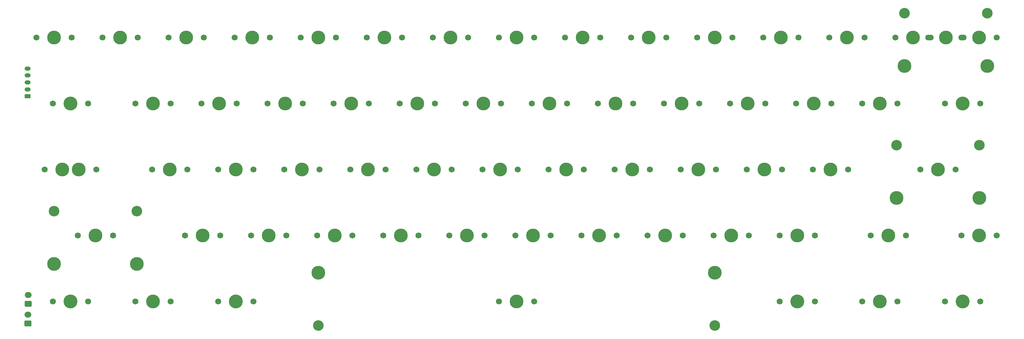
<source format=gbr>
%TF.GenerationSoftware,KiCad,Pcbnew,8.99.0-946-gf00a1ab517*%
%TF.CreationDate,2024-06-06T17:05:11+07:00*%
%TF.ProjectId,Sebas_nuxros,53656261-735f-46e7-9578-726f732e6b69,rev?*%
%TF.SameCoordinates,Original*%
%TF.FileFunction,Soldermask,Top*%
%TF.FilePolarity,Negative*%
%FSLAX46Y46*%
G04 Gerber Fmt 4.6, Leading zero omitted, Abs format (unit mm)*
G04 Created by KiCad (PCBNEW 8.99.0-946-gf00a1ab517) date 2024-06-06 17:05:11*
%MOMM*%
%LPD*%
G01*
G04 APERTURE LIST*
G04 Aperture macros list*
%AMRoundRect*
0 Rectangle with rounded corners*
0 $1 Rounding radius*
0 $2 $3 $4 $5 $6 $7 $8 $9 X,Y pos of 4 corners*
0 Add a 4 corners polygon primitive as box body*
4,1,4,$2,$3,$4,$5,$6,$7,$8,$9,$2,$3,0*
0 Add four circle primitives for the rounded corners*
1,1,$1+$1,$2,$3*
1,1,$1+$1,$4,$5*
1,1,$1+$1,$6,$7*
1,1,$1+$1,$8,$9*
0 Add four rect primitives between the rounded corners*
20,1,$1+$1,$2,$3,$4,$5,0*
20,1,$1+$1,$4,$5,$6,$7,0*
20,1,$1+$1,$6,$7,$8,$9,0*
20,1,$1+$1,$8,$9,$2,$3,0*%
G04 Aperture macros list end*
%ADD10C,1.750000*%
%ADD11C,3.987800*%
%ADD12C,4.000000*%
%ADD13RoundRect,0.250000X0.750000X-0.600000X0.750000X0.600000X-0.750000X0.600000X-0.750000X-0.600000X0*%
%ADD14O,2.000000X1.700000*%
%ADD15C,3.048000*%
%ADD16RoundRect,0.250000X0.625000X-0.350000X0.625000X0.350000X-0.625000X0.350000X-0.625000X-0.350000X0*%
%ADD17O,1.750000X1.200000*%
G04 APERTURE END LIST*
D10*
%TO.C,SW1*%
X16687500Y-32880000D03*
D11*
X11607500Y-32880000D03*
D10*
X6527500Y-32880000D03*
%TD*%
%TO.C,SW51*%
X163690000Y-90030000D03*
D11*
X168770000Y-90030000D03*
D10*
X173850000Y-90030000D03*
%TD*%
%TO.C,SW4*%
X63677500Y-32880000D03*
D11*
X68757500Y-32880000D03*
D10*
X73837500Y-32880000D03*
%TD*%
%TO.C,SW21*%
X111302500Y-51930000D03*
D11*
X116382500Y-51930000D03*
D10*
X121462500Y-51930000D03*
%TD*%
%TO.C,SW57*%
X11290500Y-109080000D03*
D11*
X16370500Y-109080000D03*
D12*
X16370500Y-109080000D03*
D10*
X21450500Y-109080000D03*
%TD*%
%TO.C,SW58*%
X35102500Y-109080000D03*
D11*
X40182500Y-109080000D03*
D10*
X45262500Y-109080000D03*
%TD*%
%TO.C,SW49*%
X125590000Y-90030000D03*
D11*
X130670000Y-90030000D03*
D10*
X135750000Y-90030000D03*
%TD*%
%TO.C,SW20*%
X92252500Y-51930000D03*
D11*
X97332500Y-51930000D03*
D10*
X102412500Y-51930000D03*
%TD*%
%TO.C,SW35*%
X116065000Y-70980000D03*
D11*
X121145000Y-70980000D03*
D10*
X126225000Y-70980000D03*
%TD*%
%TO.C,SW17*%
X35102500Y-51930000D03*
D11*
X40182500Y-51930000D03*
D10*
X45262500Y-51930000D03*
%TD*%
%TO.C,SW12*%
X216077500Y-32880000D03*
D11*
X221157500Y-32880000D03*
D10*
X226237500Y-32880000D03*
%TD*%
%TO.C,SW16*%
X11290500Y-51930000D03*
D11*
X16370500Y-51930000D03*
D12*
X16370500Y-51930000D03*
D10*
X21450500Y-51930000D03*
%TD*%
%TO.C,SW33*%
X77965000Y-70980000D03*
D11*
X83045000Y-70980000D03*
D10*
X88125000Y-70980000D03*
%TD*%
%TO.C,SW13*%
X235127500Y-32880000D03*
D11*
X240207500Y-32880000D03*
D10*
X245287500Y-32880000D03*
%TD*%
D13*
%TO.C,SWb\u00F4trst1*%
X4135000Y-109730000D03*
D14*
X4135000Y-107230000D03*
%TD*%
D10*
%TO.C,SW37*%
X154165000Y-70980000D03*
D11*
X159245000Y-70980000D03*
D10*
X164325000Y-70980000D03*
%TD*%
%TO.C,SW8*%
X139877500Y-32880000D03*
D11*
X144957500Y-32880000D03*
D10*
X150037500Y-32880000D03*
%TD*%
%TO.C,SW10*%
X177977500Y-32880000D03*
D11*
X183057500Y-32880000D03*
D10*
X188137500Y-32880000D03*
%TD*%
%TO.C,SW55*%
X247034000Y-90030000D03*
D11*
X252114000Y-90030000D03*
D10*
X257194000Y-90030000D03*
%TD*%
%TO.C,SW27*%
X225602500Y-51930000D03*
D11*
X230682500Y-51930000D03*
D10*
X235762500Y-51930000D03*
%TD*%
%TO.C,SW25*%
X187502500Y-51930000D03*
D11*
X192582500Y-51930000D03*
D10*
X197662500Y-51930000D03*
%TD*%
%TO.C,SW36*%
X135115000Y-70980000D03*
D11*
X140195000Y-70980000D03*
D10*
X145275000Y-70980000D03*
%TD*%
%TO.C,SW46*%
X68440000Y-90030000D03*
D11*
X73520000Y-90030000D03*
D10*
X78600000Y-90030000D03*
%TD*%
%TO.C,SW6*%
X101777500Y-32880000D03*
D11*
X106857500Y-32880000D03*
D10*
X111937500Y-32880000D03*
%TD*%
%TO.C,SW30*%
X23831500Y-70980000D03*
D11*
X18751500Y-70980000D03*
D10*
X13671500Y-70980000D03*
%TD*%
%TO.C,SW40*%
X211315000Y-70980000D03*
D11*
X216395000Y-70980000D03*
D10*
X221475000Y-70980000D03*
%TD*%
%TO.C,SW7*%
X120827500Y-32880000D03*
D11*
X125907500Y-32880000D03*
D10*
X130987500Y-32880000D03*
%TD*%
%TO.C,SW41*%
X230365000Y-70980000D03*
D11*
X235445000Y-70980000D03*
D10*
X240525000Y-70980000D03*
%TD*%
%TO.C,SW38*%
X173215000Y-70980000D03*
D11*
X178295000Y-70980000D03*
D10*
X183375000Y-70980000D03*
%TD*%
%TO.C,SW52*%
X182740000Y-90030000D03*
D11*
X187820000Y-90030000D03*
D10*
X192900000Y-90030000D03*
%TD*%
%TO.C,SW15*%
X283387500Y-32880000D03*
D11*
X278307500Y-32880000D03*
D10*
X273227500Y-32880000D03*
%TD*%
%TO.C,SW29*%
X268465500Y-51930000D03*
D11*
X273545500Y-51930000D03*
D12*
X273545500Y-51930000D03*
D10*
X278625500Y-51930000D03*
%TD*%
D15*
%TO.C,SW43*%
X254537600Y-63995000D03*
D11*
X254537600Y-79235000D03*
D10*
X261395600Y-70980000D03*
D11*
X266475600Y-70980000D03*
D10*
X271555600Y-70980000D03*
D15*
X278413600Y-63995000D03*
D11*
X278413600Y-79235000D03*
%TD*%
D10*
%TO.C,SW32*%
X58915000Y-70980000D03*
D11*
X63995000Y-70980000D03*
D10*
X69075000Y-70980000D03*
%TD*%
%TO.C,SW11*%
X197027500Y-32880000D03*
D11*
X202107500Y-32880000D03*
D10*
X207187500Y-32880000D03*
%TD*%
D15*
%TO.C,SW1002*%
X256844500Y-25895000D03*
D11*
X256844500Y-41135000D03*
D10*
X263702500Y-32880000D03*
D11*
X268782500Y-32880000D03*
D10*
X273862500Y-32880000D03*
D15*
X280720500Y-25895000D03*
D11*
X280720500Y-41135000D03*
%TD*%
D10*
%TO.C,SW56*%
X273227500Y-90030000D03*
D11*
X278307500Y-90030000D03*
D10*
X283387500Y-90030000D03*
%TD*%
%TO.C,SW59*%
X58915500Y-109080000D03*
D11*
X63995500Y-109080000D03*
D12*
X63995500Y-109080000D03*
D10*
X69075500Y-109080000D03*
%TD*%
%TO.C,SW18*%
X54152500Y-51930000D03*
D11*
X59232500Y-51930000D03*
D10*
X64312500Y-51930000D03*
%TD*%
%TO.C,SW3*%
X44627500Y-32880000D03*
D11*
X49707500Y-32880000D03*
D10*
X54787500Y-32880000D03*
%TD*%
%TO.C,SW39*%
X192265000Y-70980000D03*
D11*
X197345000Y-70980000D03*
D10*
X202425000Y-70980000D03*
%TD*%
%TO.C,SW47*%
X87490000Y-90030000D03*
D11*
X92570000Y-90030000D03*
D10*
X97650000Y-90030000D03*
%TD*%
%TO.C,SW5*%
X82727500Y-32880000D03*
D11*
X87807500Y-32880000D03*
D10*
X92887500Y-32880000D03*
%TD*%
%TO.C,SW2*%
X25577500Y-32880000D03*
D11*
X30657500Y-32880000D03*
D10*
X35737500Y-32880000D03*
%TD*%
%TO.C,SW23*%
X149402500Y-51930000D03*
D11*
X154482500Y-51930000D03*
D10*
X159562500Y-51930000D03*
%TD*%
%TO.C,SW53*%
X201790000Y-90030000D03*
D11*
X206870000Y-90030000D03*
D10*
X211950000Y-90030000D03*
%TD*%
D13*
%TO.C,SWb\u00F4t1*%
X4070000Y-115430000D03*
D14*
X4070000Y-112930000D03*
%TD*%
D10*
%TO.C,SW31*%
X39865000Y-70980000D03*
D11*
X44945000Y-70980000D03*
D10*
X50025000Y-70980000D03*
%TD*%
%TO.C,SW1001*%
X8908500Y-70980000D03*
D11*
X13988500Y-70980000D03*
D10*
X19068500Y-70980000D03*
%TD*%
%TO.C,SW50*%
X144640000Y-90030000D03*
D11*
X149720000Y-90030000D03*
D10*
X154800000Y-90030000D03*
%TD*%
D11*
%TO.C,SW62*%
X87807500Y-100825000D03*
D15*
X87807500Y-116065000D03*
D10*
X139877500Y-109080000D03*
D11*
X144957500Y-109080000D03*
D10*
X150037500Y-109080000D03*
D11*
X202107500Y-100825000D03*
D15*
X202107500Y-116065000D03*
%TD*%
D10*
%TO.C,SW70*%
X268465500Y-109080000D03*
D11*
X273545500Y-109080000D03*
D12*
X273545500Y-109080000D03*
D10*
X278625500Y-109080000D03*
%TD*%
%TO.C,SW69*%
X244652500Y-109080000D03*
D11*
X249732500Y-109080000D03*
D10*
X254812500Y-109080000D03*
%TD*%
%TO.C,SW22*%
X130352500Y-51930000D03*
D11*
X135432500Y-51930000D03*
D10*
X140512500Y-51930000D03*
%TD*%
%TO.C,SW68*%
X220840500Y-109080000D03*
D11*
X225920500Y-109080000D03*
D12*
X225920500Y-109080000D03*
D10*
X231000500Y-109080000D03*
%TD*%
%TO.C,SW28*%
X244652500Y-51930000D03*
D11*
X249732500Y-51930000D03*
D10*
X254812500Y-51930000D03*
%TD*%
D15*
%TO.C,SW1000*%
X11650100Y-83045000D03*
D11*
X11650100Y-98285000D03*
D10*
X18508100Y-90030000D03*
D11*
X23588100Y-90030000D03*
D10*
X28668100Y-90030000D03*
D15*
X35526100Y-83045000D03*
D11*
X35526100Y-98285000D03*
%TD*%
D10*
%TO.C,SW14*%
X264337500Y-32880000D03*
D11*
X259257500Y-32880000D03*
D10*
X254177500Y-32880000D03*
%TD*%
D16*
%TO.C,J2*%
X3970000Y-49830000D03*
D17*
X3970000Y-47830000D03*
X3970000Y-45830000D03*
X3970000Y-43830000D03*
X3970000Y-41830000D03*
%TD*%
D10*
%TO.C,SW34*%
X97015000Y-70980000D03*
D11*
X102095000Y-70980000D03*
D10*
X107175000Y-70980000D03*
%TD*%
%TO.C,SW26*%
X206552500Y-51930000D03*
D11*
X211632500Y-51930000D03*
D10*
X216712500Y-51930000D03*
%TD*%
%TO.C,SW45*%
X49390000Y-90030000D03*
D11*
X54470000Y-90030000D03*
D10*
X59550000Y-90030000D03*
%TD*%
%TO.C,SW24*%
X168452500Y-51930000D03*
D11*
X173532500Y-51930000D03*
D10*
X178612500Y-51930000D03*
%TD*%
%TO.C,SW19*%
X73202500Y-51930000D03*
D11*
X78282500Y-51930000D03*
D10*
X83362500Y-51930000D03*
%TD*%
%TO.C,SW54*%
X220840000Y-90030000D03*
D11*
X225920000Y-90030000D03*
D10*
X231000000Y-90030000D03*
%TD*%
%TO.C,SW48*%
X106540000Y-90030000D03*
D11*
X111620000Y-90030000D03*
D10*
X116700000Y-90030000D03*
%TD*%
%TO.C,SW9*%
X158927500Y-32880000D03*
D11*
X164007500Y-32880000D03*
D10*
X169087500Y-32880000D03*
%TD*%
M02*

</source>
